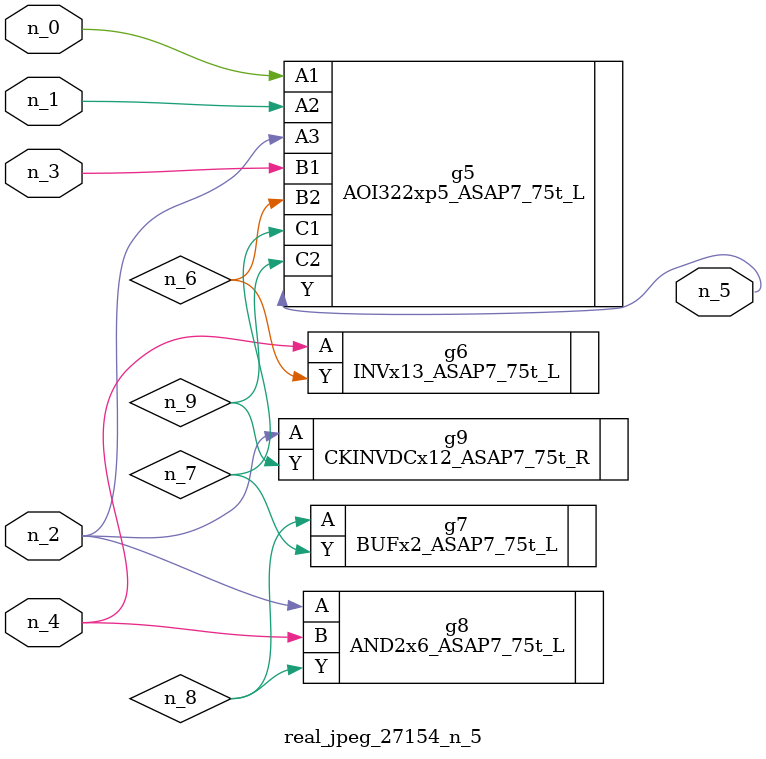
<source format=v>
module real_jpeg_27154_n_5 (n_4, n_0, n_1, n_2, n_3, n_5);

input n_4;
input n_0;
input n_1;
input n_2;
input n_3;

output n_5;

wire n_8;
wire n_6;
wire n_7;
wire n_9;

AOI322xp5_ASAP7_75t_L g5 ( 
.A1(n_0),
.A2(n_1),
.A3(n_2),
.B1(n_3),
.B2(n_6),
.C1(n_7),
.C2(n_9),
.Y(n_5)
);

AND2x6_ASAP7_75t_L g8 ( 
.A(n_2),
.B(n_4),
.Y(n_8)
);

CKINVDCx12_ASAP7_75t_R g9 ( 
.A(n_2),
.Y(n_9)
);

INVx13_ASAP7_75t_L g6 ( 
.A(n_4),
.Y(n_6)
);

BUFx2_ASAP7_75t_L g7 ( 
.A(n_8),
.Y(n_7)
);


endmodule
</source>
